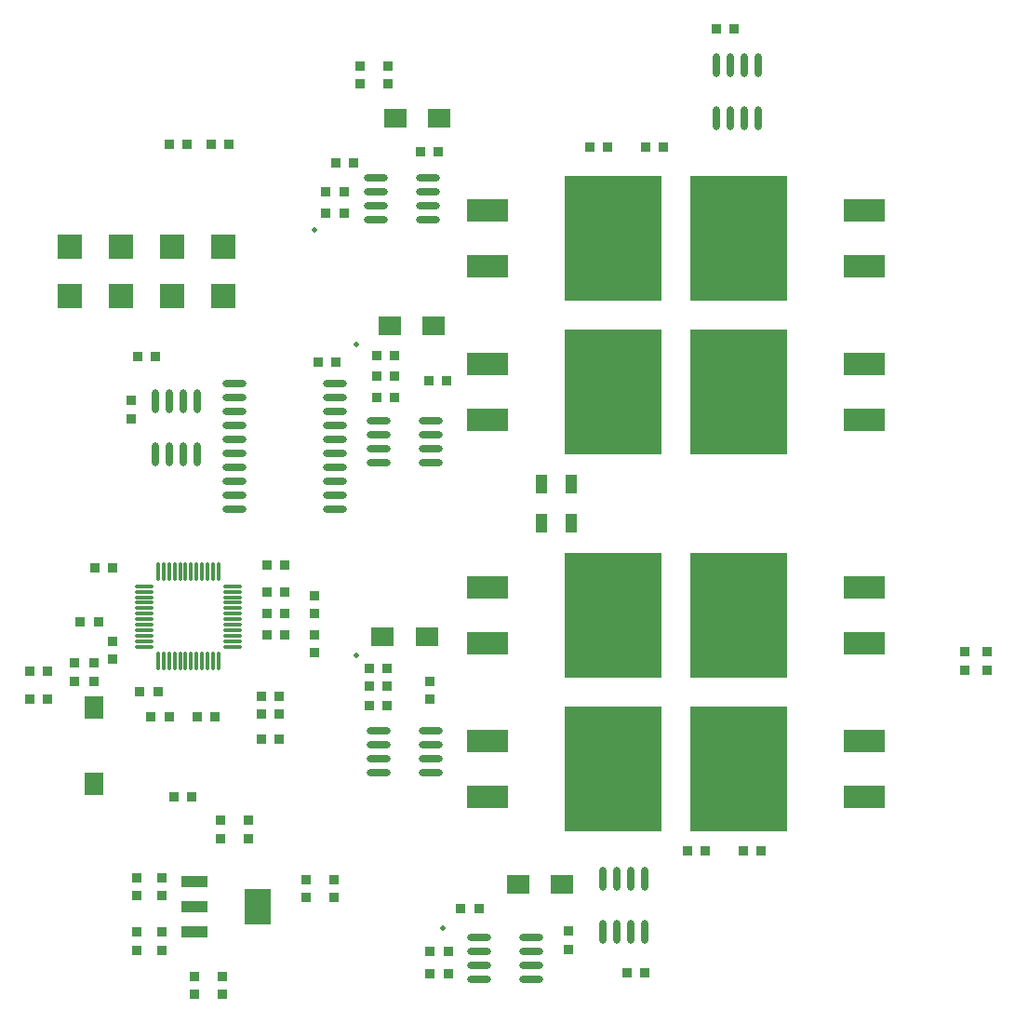
<source format=gtp>
G04*
G04 #@! TF.GenerationSoftware,Altium Limited,Altium Designer,18.1.9 (240)*
G04*
G04 Layer_Color=8421504*
%FSLAX25Y25*%
%MOIN*%
G70*
G01*
G75*
%ADD19R,0.03700X0.03200*%
%ADD20C,0.02000*%
%ADD21O,0.08653X0.02362*%
%ADD22R,0.03200X0.03700*%
%ADD23R,0.07874X0.07087*%
%ADD24O,0.08661X0.02362*%
%ADD25O,0.02362X0.08661*%
%ADD26R,0.15000X0.08200*%
%ADD27R,0.35000X0.45000*%
%ADD28R,0.07087X0.07874*%
%ADD29R,0.09449X0.12992*%
%ADD30R,0.09449X0.03937*%
%ADD31R,0.04331X0.06693*%
%ADD32R,0.09055X0.09055*%
%ADD33O,0.07087X0.01181*%
%ADD34O,0.01181X0.07087*%
D19*
X50300Y147000D02*
D03*
X56700D02*
D03*
X175600Y29000D02*
D03*
X182000D02*
D03*
X71600Y122000D02*
D03*
X78000D02*
D03*
X97000Y318000D02*
D03*
X103400D02*
D03*
X117000Y149929D02*
D03*
X123400D02*
D03*
X117000Y157803D02*
D03*
X123400D02*
D03*
X135500Y240000D02*
D03*
X141900D02*
D03*
X156351Y235000D02*
D03*
X162751D02*
D03*
X156351Y227500D02*
D03*
X162751D02*
D03*
X156351Y242500D02*
D03*
X162751D02*
D03*
X175249Y233500D02*
D03*
X181649D02*
D03*
X141800Y311500D02*
D03*
X148200D02*
D03*
X138300Y301000D02*
D03*
X144700D02*
D03*
X138300Y293500D02*
D03*
X144700D02*
D03*
X172049Y315500D02*
D03*
X178449D02*
D03*
X287800Y65000D02*
D03*
X294200D02*
D03*
X274200D02*
D03*
X267800D02*
D03*
X246100Y21500D02*
D03*
X252500D02*
D03*
X175600Y21000D02*
D03*
X182000D02*
D03*
X55436Y166500D02*
D03*
X61836D02*
D03*
X38400Y129500D02*
D03*
X32000D02*
D03*
X38400Y119500D02*
D03*
X32000D02*
D03*
X115000Y105000D02*
D03*
X121400D02*
D03*
X92000Y113000D02*
D03*
X98400D02*
D03*
X82000D02*
D03*
X75600D02*
D03*
X90200Y84500D02*
D03*
X83800D02*
D03*
X153851Y117000D02*
D03*
X160251D02*
D03*
X153851Y124000D02*
D03*
X160251D02*
D03*
X153851Y130500D02*
D03*
X160251D02*
D03*
X117000Y142429D02*
D03*
X123400D02*
D03*
X259200Y317000D02*
D03*
X252800D02*
D03*
X193051Y44500D02*
D03*
X186651D02*
D03*
X82000Y318000D02*
D03*
X88400D02*
D03*
X70800Y242000D02*
D03*
X77200D02*
D03*
X232800Y317000D02*
D03*
X239200D02*
D03*
X278000Y359500D02*
D03*
X284400D02*
D03*
X117000Y167500D02*
D03*
X123400D02*
D03*
D20*
X149000Y246500D02*
D03*
X134000Y287500D02*
D03*
X180000Y37500D02*
D03*
X149000Y135000D02*
D03*
D21*
X141610Y232500D02*
D03*
Y227500D02*
D03*
Y222500D02*
D03*
Y217500D02*
D03*
Y212500D02*
D03*
Y207500D02*
D03*
Y202500D02*
D03*
Y197500D02*
D03*
X105390D02*
D03*
Y202500D02*
D03*
Y207500D02*
D03*
Y212500D02*
D03*
Y217500D02*
D03*
Y222500D02*
D03*
Y227500D02*
D03*
Y232500D02*
D03*
Y192500D02*
D03*
Y187500D02*
D03*
X141610D02*
D03*
Y192500D02*
D03*
D22*
X131000Y48349D02*
D03*
Y54749D02*
D03*
X160500Y346000D02*
D03*
Y339600D02*
D03*
X150500Y346000D02*
D03*
Y339600D02*
D03*
X375000Y129800D02*
D03*
Y136200D02*
D03*
X367000Y129800D02*
D03*
Y136200D02*
D03*
X225000Y36200D02*
D03*
Y29800D02*
D03*
X70500Y29494D02*
D03*
Y35894D02*
D03*
X79500Y29494D02*
D03*
Y35894D02*
D03*
X61836Y140087D02*
D03*
Y133687D02*
D03*
X55000Y132187D02*
D03*
Y125787D02*
D03*
X48000Y132187D02*
D03*
Y125787D02*
D03*
X121400Y120400D02*
D03*
Y114000D02*
D03*
X115000Y120400D02*
D03*
Y114000D02*
D03*
X110392Y75900D02*
D03*
Y69500D02*
D03*
X100392Y75900D02*
D03*
Y69500D02*
D03*
X91000Y13600D02*
D03*
Y20000D02*
D03*
X101000Y13600D02*
D03*
Y20000D02*
D03*
X175500Y125700D02*
D03*
Y119300D02*
D03*
X134000Y142429D02*
D03*
Y136029D02*
D03*
Y149929D02*
D03*
Y156329D02*
D03*
X68500Y226200D02*
D03*
Y219800D02*
D03*
X79500Y49000D02*
D03*
Y55400D02*
D03*
X70500Y49000D02*
D03*
Y55400D02*
D03*
X141000Y54749D02*
D03*
Y48349D02*
D03*
D23*
X161126Y253000D02*
D03*
X176874D02*
D03*
X163126Y327500D02*
D03*
X178874D02*
D03*
X222748Y53000D02*
D03*
X207000D02*
D03*
X174374Y141555D02*
D03*
X158626D02*
D03*
D24*
X174949Y291000D02*
D03*
Y296000D02*
D03*
Y301000D02*
D03*
Y306000D02*
D03*
X156051Y291000D02*
D03*
Y296000D02*
D03*
Y301000D02*
D03*
Y306000D02*
D03*
X211949Y19000D02*
D03*
Y24000D02*
D03*
Y29000D02*
D03*
Y34000D02*
D03*
X193051Y19000D02*
D03*
Y24000D02*
D03*
Y29000D02*
D03*
Y34000D02*
D03*
X175949Y93000D02*
D03*
Y98000D02*
D03*
Y103000D02*
D03*
Y108000D02*
D03*
X157051Y93000D02*
D03*
Y98000D02*
D03*
Y103000D02*
D03*
Y108000D02*
D03*
X175949Y204000D02*
D03*
Y209000D02*
D03*
Y214000D02*
D03*
Y219000D02*
D03*
X157051Y204000D02*
D03*
Y209000D02*
D03*
Y214000D02*
D03*
Y219000D02*
D03*
D25*
X293000Y346398D02*
D03*
X288000D02*
D03*
X283000D02*
D03*
X278000D02*
D03*
X293000Y327500D02*
D03*
X288000D02*
D03*
X283000D02*
D03*
X278000D02*
D03*
X92000Y225949D02*
D03*
X87000D02*
D03*
X82000D02*
D03*
X77000D02*
D03*
X92000Y207051D02*
D03*
X87000D02*
D03*
X82000D02*
D03*
X77000D02*
D03*
X237500Y36102D02*
D03*
X242500D02*
D03*
X247500D02*
D03*
X252500D02*
D03*
X237500Y55000D02*
D03*
X242500D02*
D03*
X247500D02*
D03*
X252500D02*
D03*
D26*
X196000Y274500D02*
D03*
Y294500D02*
D03*
X331000D02*
D03*
Y274500D02*
D03*
X196000Y219500D02*
D03*
Y239500D02*
D03*
X331000D02*
D03*
Y219500D02*
D03*
X196000Y84500D02*
D03*
Y104500D02*
D03*
X331000D02*
D03*
Y84500D02*
D03*
X196000Y139500D02*
D03*
Y159500D02*
D03*
X331000Y139500D02*
D03*
Y159500D02*
D03*
D27*
X241000Y284500D02*
D03*
X286000D02*
D03*
X241000Y229500D02*
D03*
X286000D02*
D03*
X241000Y94500D02*
D03*
X286000D02*
D03*
X241000Y149500D02*
D03*
X286000D02*
D03*
D28*
X55000Y116500D02*
D03*
Y88941D02*
D03*
D29*
X113917Y44949D02*
D03*
D30*
X91083Y35894D02*
D03*
Y44949D02*
D03*
Y54004D02*
D03*
D31*
X215370Y182500D02*
D03*
X226000D02*
D03*
X215370Y196500D02*
D03*
X226000D02*
D03*
D32*
X46500Y263592D02*
D03*
Y281309D02*
D03*
X101500Y263592D02*
D03*
Y281309D02*
D03*
X64833Y263592D02*
D03*
Y281309D02*
D03*
X83167Y263592D02*
D03*
Y281309D02*
D03*
D33*
X73008Y138118D02*
D03*
Y140087D02*
D03*
Y142055D02*
D03*
Y144024D02*
D03*
Y145992D02*
D03*
Y147961D02*
D03*
Y149929D02*
D03*
Y151898D02*
D03*
Y153866D02*
D03*
Y155835D02*
D03*
Y157803D02*
D03*
Y159772D02*
D03*
X104898D02*
D03*
Y157803D02*
D03*
Y155835D02*
D03*
Y153866D02*
D03*
Y151898D02*
D03*
Y149929D02*
D03*
Y147961D02*
D03*
Y145992D02*
D03*
Y144024D02*
D03*
Y142055D02*
D03*
Y140087D02*
D03*
Y138118D02*
D03*
D34*
X78126Y164890D02*
D03*
X80094D02*
D03*
X82063D02*
D03*
X84031D02*
D03*
X86000D02*
D03*
X87968D02*
D03*
X89937D02*
D03*
X91905D02*
D03*
X93874D02*
D03*
X95842D02*
D03*
X97811D02*
D03*
X99779D02*
D03*
Y133000D02*
D03*
X97811D02*
D03*
X95842D02*
D03*
X93874D02*
D03*
X91905D02*
D03*
X89937D02*
D03*
X87968D02*
D03*
X86000D02*
D03*
X84031D02*
D03*
X82063D02*
D03*
X80094D02*
D03*
X78126D02*
D03*
M02*

</source>
